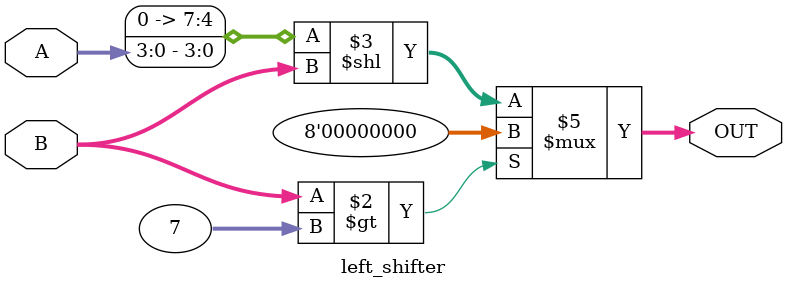
<source format=v>
`timescale 1ns / 1ps


module left_shifter(
    input [3:0] A,
    input [3:0] B,
    output reg [7:0] OUT
    );
    
    always@(*) begin
        if (B > 7)
            OUT = 8'b00000000;
        else
            OUT = {4'b0, A} << B;
    end //always
endmodule

</source>
